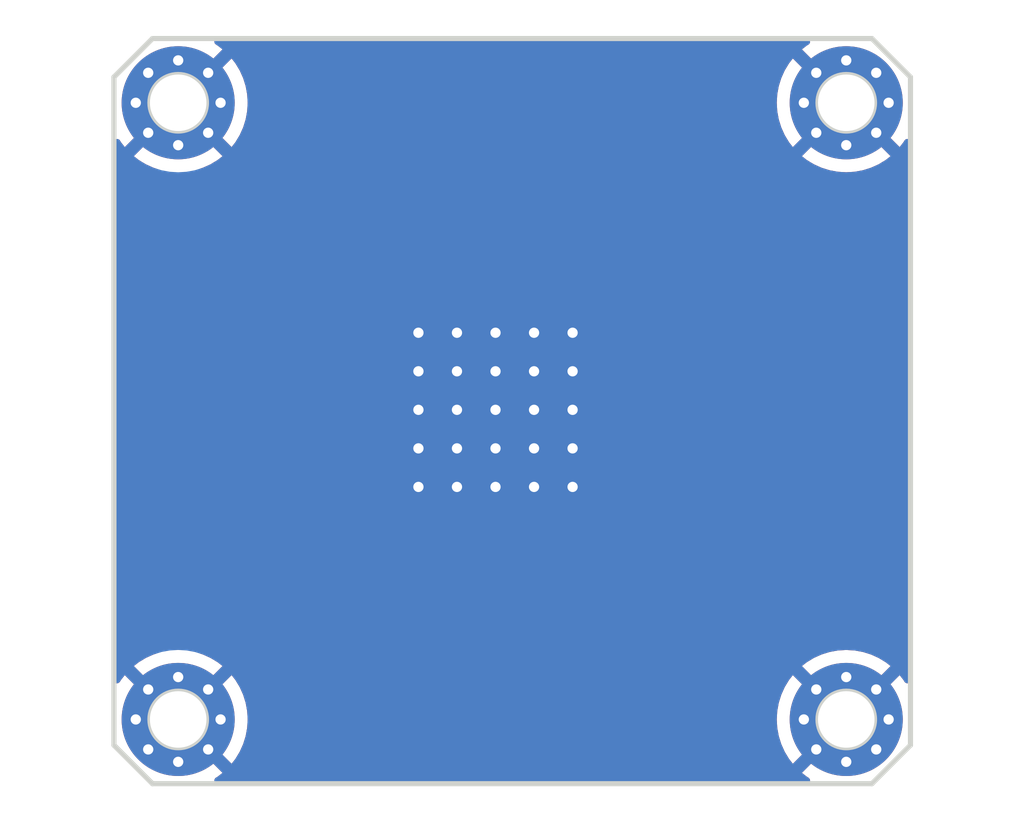
<source format=kicad_pcb>
(kicad_pcb (version 20221018) (generator pcbnew)
  (layers (0 "F.Cu" signal) (31 "B.Cu" signal) (34 "B.Paste" user) (35 "F.Paste" user) (36 "B.SilkS" user "B.Silkscreen") (37 "F.SilkS" user "F.Silkscreen") (38 "B.Mask" user) (39 "F.Mask" user) (44 "Edge.Cuts" user))
  (net 0 "")
  (net 1 "GND")
  (footprint "MountingHole:MountingHole_2.2mm_M2_Pad_Via" (layer "F.Cu") (at 132.5 73)
    (fp_text reference "H4" hide)
    (fp_text value "MountingHole_Pad")
    (pad "1" thru_hole circle (at -1.65 0) (size 0.7 0.7) (drill 0.4) (layers "*.Cu" "*.Mask") (net 1 "GND"))
    (pad "1" thru_hole circle (at -1.166726 -1.166726) (size 0.7 0.7) (drill 0.4) (layers "*.Cu" "*.Mask") (net 1 "GND"))
    (pad "1" thru_hole circle (at -1.166726 1.166726) (size 0.7 0.7) (drill 0.4) (layers "*.Cu" "*.Mask") (net 1 "GND"))
    (pad "1" thru_hole circle (at 0 -1.65) (size 0.7 0.7) (drill 0.4) (layers "*.Cu" "*.Mask") (net 1 "GND"))
    (pad "1" thru_hole circle (at 0 0) (size 4.4 4.4) (drill 2.2) (layers "*.Cu" "*.Mask") (net 1 "GND"))
    (pad "1" thru_hole circle (at 0 1.65) (size 0.7 0.7) (drill 0.4) (layers "*.Cu" "*.Mask") (net 1 "GND"))
    (pad "1" thru_hole circle (at 1.166726 -1.166726) (size 0.7 0.7) (drill 0.4) (layers "*.Cu" "*.Mask") (net 1 "GND"))
    (pad "1" thru_hole circle (at 1.166726 1.166726) (size 0.7 0.7) (drill 0.4) (layers "*.Cu" "*.Mask") (net 1 "GND"))
    (pad "1" thru_hole circle (at 1.65 0) (size 0.7 0.7) (drill 0.4) (layers "*.Cu" "*.Mask") (net 1 "GND"))
  )
  (footprint "MountingHole:MountingHole_2.2mm_M2_Pad_Via" (layer "F.Cu") (at 158.5 97)
    (fp_text reference "H2" hide)
    (fp_text value "MountingHole_Pad")
    (pad "1" thru_hole circle (at -1.65 0) (size 0.7 0.7) (drill 0.4) (layers "*.Cu" "*.Mask") (net 1 "GND"))
    (pad "1" thru_hole circle (at -1.166726 -1.166726) (size 0.7 0.7) (drill 0.4) (layers "*.Cu" "*.Mask") (net 1 "GND"))
    (pad "1" thru_hole circle (at -1.166726 1.166726) (size 0.7 0.7) (drill 0.4) (layers "*.Cu" "*.Mask") (net 1 "GND"))
    (pad "1" thru_hole circle (at 0 -1.65) (size 0.7 0.7) (drill 0.4) (layers "*.Cu" "*.Mask") (net 1 "GND"))
    (pad "1" thru_hole circle (at 0 0) (size 4.4 4.4) (drill 2.2) (layers "*.Cu" "*.Mask") (net 1 "GND"))
    (pad "1" thru_hole circle (at 0 1.65) (size 0.7 0.7) (drill 0.4) (layers "*.Cu" "*.Mask") (net 1 "GND"))
    (pad "1" thru_hole circle (at 1.166726 -1.166726) (size 0.7 0.7) (drill 0.4) (layers "*.Cu" "*.Mask") (net 1 "GND"))
    (pad "1" thru_hole circle (at 1.166726 1.166726) (size 0.7 0.7) (drill 0.4) (layers "*.Cu" "*.Mask") (net 1 "GND"))
    (pad "1" thru_hole circle (at 1.65 0) (size 0.7 0.7) (drill 0.4) (layers "*.Cu" "*.Mask") (net 1 "GND"))
  )
  (footprint "MountingHole:MountingHole_2.2mm_M2_Pad_Via" (layer "F.Cu") (at 158.5 73)
    (fp_text reference "H3" hide)
    (fp_text value "MountingHole_Pad")
    (pad "1" thru_hole circle (at -1.65 0) (size 0.7 0.7) (drill 0.4) (layers "*.Cu" "*.Mask") (net 1 "GND"))
    (pad "1" thru_hole circle (at -1.166726 -1.166726) (size 0.7 0.7) (drill 0.4) (layers "*.Cu" "*.Mask") (net 1 "GND"))
    (pad "1" thru_hole circle (at -1.166726 1.166726) (size 0.7 0.7) (drill 0.4) (layers "*.Cu" "*.Mask") (net 1 "GND"))
    (pad "1" thru_hole circle (at 0 -1.65) (size 0.7 0.7) (drill 0.4) (layers "*.Cu" "*.Mask") (net 1 "GND"))
    (pad "1" thru_hole circle (at 0 0) (size 4.4 4.4) (drill 2.2) (layers "*.Cu" "*.Mask") (net 1 "GND"))
    (pad "1" thru_hole circle (at 0 1.65) (size 0.7 0.7) (drill 0.4) (layers "*.Cu" "*.Mask") (net 1 "GND"))
    (pad "1" thru_hole circle (at 1.166726 -1.166726) (size 0.7 0.7) (drill 0.4) (layers "*.Cu" "*.Mask") (net 1 "GND"))
    (pad "1" thru_hole circle (at 1.166726 1.166726) (size 0.7 0.7) (drill 0.4) (layers "*.Cu" "*.Mask") (net 1 "GND"))
    (pad "1" thru_hole circle (at 1.65 0) (size 0.7 0.7) (drill 0.4) (layers "*.Cu" "*.Mask") (net 1 "GND"))
  )
  (footprint "MountingHole:MountingHole_2.2mm_M2_Pad_Via" (layer "F.Cu") (at 132.5 97)
    (fp_text reference "H1" hide)
    (fp_text value "MountingHole_Pad")
    (pad "1" thru_hole circle (at -1.65 0) (size 0.7 0.7) (drill 0.4) (layers "*.Cu" "*.Mask") (net 1 "GND"))
    (pad "1" thru_hole circle (at -1.166726 -1.166726) (size 0.7 0.7) (drill 0.4) (layers "*.Cu" "*.Mask") (net 1 "GND"))
    (pad "1" thru_hole circle (at -1.166726 1.166726) (size 0.7 0.7) (drill 0.4) (layers "*.Cu" "*.Mask") (net 1 "GND"))
    (pad "1" thru_hole circle (at 0 -1.65) (size 0.7 0.7) (drill 0.4) (layers "*.Cu" "*.Mask") (net 1 "GND"))
    (pad "1" thru_hole circle (at 0 0) (size 4.4 4.4) (drill 2.2) (layers "*.Cu" "*.Mask") (net 1 "GND"))
    (pad "1" thru_hole circle (at 0 1.65) (size 0.7 0.7) (drill 0.4) (layers "*.Cu" "*.Mask") (net 1 "GND"))
    (pad "1" thru_hole circle (at 1.166726 -1.166726) (size 0.7 0.7) (drill 0.4) (layers "*.Cu" "*.Mask") (net 1 "GND"))
    (pad "1" thru_hole circle (at 1.166726 1.166726) (size 0.7 0.7) (drill 0.4) (layers "*.Cu" "*.Mask") (net 1 "GND"))
    (pad "1" thru_hole circle (at 1.65 0) (size 0.7 0.7) (drill 0.4) (layers "*.Cu" "*.Mask") (net 1 "GND"))
  )
  (gr_circle (center 158.5 73) (end 159.6 73) (stroke (width 0.2)) (fill none) (layer "Edge.Cuts"))
  (gr_line (start 159.5 99.5) (end 161 98) (stroke (width 0.2)) (layer "Edge.Cuts"))
  (gr_line (start 130 72) (end 130 98) (stroke (width 0.2)) (layer "Edge.Cuts"))
  (gr_line (start 159.5 70.5) (end 131.5 70.5) (stroke (width 0.2)) (layer "Edge.Cuts"))
  (gr_circle (center 132.5 97) (end 133.6 97) (stroke (width 0.2)) (fill none) (layer "Edge.Cuts"))
  (gr_line (start 130 98) (end 131.5 99.5) (stroke (width 0.2)) (layer "Edge.Cuts"))
  (gr_circle (center 132.5 73) (end 133.6 73) (stroke (width 0.2)) (fill none) (layer "Edge.Cuts"))
  (gr_line (start 131.5 70.5) (end 130 72) (stroke (width 0.2)) (layer "Edge.Cuts"))
  (gr_circle (center 158.5 97) (end 159.6 97) (stroke (width 0.2)) (fill none) (layer "Edge.Cuts"))
  (gr_line (start 131.5 99.5) (end 159.5 99.5) (stroke (width 0.2)) (layer "Edge.Cuts"))
  (gr_line (start 161 98) (end 161 72) (stroke (width 0.2)) (layer "Edge.Cuts"))
  (gr_line (start 161 72) (end 159.5 70.5) (stroke (width 0.2)) (layer "Edge.Cuts"))
  (via (at 146.35 81.95) (size 0.8) (drill 0.4) (layers "F.Cu" "B.Cu") (net 1))
  (via (at 147.85 86.45) (size 0.8) (drill 0.4) (layers "F.Cu" "B.Cu") (net 1))
  (via (at 143.35 83.45) (size 0.8) (drill 0.4) (layers "F.Cu" "B.Cu") (net 1))
  (via (at 141.85 86.45) (size 0.8) (drill 0.4) (layers "F.Cu" "B.Cu") (net 1))
  (via (at 146.35 84.95) (size 0.8) (drill 0.4) (layers "F.Cu" "B.Cu") (net 1))
  (via (at 141.85 81.95) (size 0.8) (drill 0.4) (layers "F.Cu" "B.Cu") (net 1))
  (via (at 144.85 87.95) (size 0.8) (drill 0.4) (layers "F.Cu" "B.Cu") (net 1))
  (via (at 147.85 81.95) (size 0.8) (drill 0.4) (layers "F.Cu" "B.Cu") (net 1))
  (via (at 141.85 83.45) (size 0.8) (drill 0.4) (layers "F.Cu" "B.Cu") (net 1))
  (via (at 144.85 84.95) (size 0.8) (drill 0.4) (layers "F.Cu" "B.Cu") (net 1))
  (via (at 147.85 84.95) (size 0.8) (drill 0.4) (layers "F.Cu" "B.Cu") (net 1))
  (via (at 144.85 83.45) (size 0.8) (drill 0.4) (layers "F.Cu" "B.Cu") (net 1))
  (via (at 147.85 87.95) (size 0.8) (drill 0.4) (layers "F.Cu" "B.Cu") (net 1))
  (via (at 143.35 86.45) (size 0.8) (drill 0.4) (layers "F.Cu" "B.Cu") (net 1))
  (via (at 143.35 81.95) (size 0.8) (drill 0.4) (layers "F.Cu" "B.Cu") (net 1))
  (via (at 143.35 87.95) (size 0.8) (drill 0.4) (layers "F.Cu" "B.Cu") (net 1))
  (via (at 147.85 83.45) (size 0.8) (drill 0.4) (layers "F.Cu" "B.Cu") (net 1))
  (via (at 146.35 86.45) (size 0.8) (drill 0.4) (layers "F.Cu" "B.Cu") (net 1))
  (via (at 143.35 84.95) (size 0.8) (drill 0.4) (layers "F.Cu" "B.Cu") (net 1))
  (via (at 146.35 83.45) (size 0.8) (drill 0.4) (layers "F.Cu" "B.Cu") (net 1))
  (via (at 144.85 86.45) (size 0.8) (drill 0.4) (layers "F.Cu" "B.Cu") (net 1))
  (via (at 144.85 81.95) (size 0.8) (drill 0.4) (layers "F.Cu" "B.Cu") (net 1))
  (via (at 141.85 84.95) (size 0.8) (drill 0.4) (layers "F.Cu" "B.Cu") (net 1))
  (via (at 141.85 87.95) (size 0.8) (drill 0.4) (layers "F.Cu" "B.Cu") (net 1))
  (via (at 146.35 87.95) (size 0.8) (drill 0.4) (layers "F.Cu" "B.Cu") (net 1))
  (zone (net 0) (net_name "") (layer "F.Cu") (connect_pads (clearance 0)) (min_thickness 0.25)
    (keepout (tracks not_allowed) (vias not_allowed) (pads not_allowed) (copperpour not_allowed) (footprints not_allowed))
    (fill (thermal_gap 0.5) (thermal_bridge_width 0.5))
    (polygon (pts (xy 128.3 75.8) (xy 137.8 75.8) (xy 137.8 94.2) (xy 128.4 94.2)))
  )
  (zone (net 1) (net_name "GND") (layers "F&B.Cu") (connect_pads (clearance 0.5)) (min_thickness 0.25) (fill yes (thermal_gap 0.5) (thermal_bridge_width 0.5) (island_removal_mode 1) (island_area_min 10))
    (polygon (pts (xy 128.5 69) (xy 162.5 69) (xy 162.5 101) (xy 128.5 101)))
  )
)
</source>
